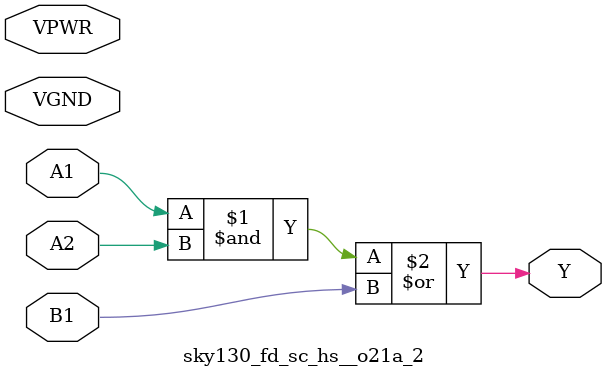
<source format=v>

module sky130_fd_sc_hs__o21a_1 (A1, A2, B1, VPWR, VGND, Y);
  input A1, A2, B1, VPWR, VGND;
  output Y;

  // Implementation of the module

endmodule

module sky130_fd_sc_hs__o21a_2 (A1, A2, B1, VPWR, VGND, Y);
  input A1, A2, B1, VPWR, VGND;
  output Y;

  assign Y = (A1 & A2) | B1;

endmodule

</source>
